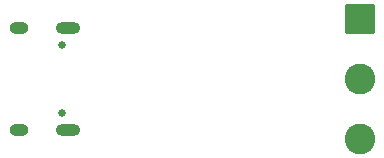
<source format=gbr>
%TF.GenerationSoftware,KiCad,Pcbnew,9.0.6*%
%TF.CreationDate,2025-11-24T21:34:53-08:00*%
%TF.ProjectId,rs485_adapter,72733438-355f-4616-9461-707465722e6b,A*%
%TF.SameCoordinates,Original*%
%TF.FileFunction,Soldermask,Bot*%
%TF.FilePolarity,Negative*%
%FSLAX46Y46*%
G04 Gerber Fmt 4.6, Leading zero omitted, Abs format (unit mm)*
G04 Created by KiCad (PCBNEW 9.0.6) date 2025-11-24 21:34:53*
%MOMM*%
%LPD*%
G01*
G04 APERTURE LIST*
G04 Aperture macros list*
%AMRoundRect*
0 Rectangle with rounded corners*
0 $1 Rounding radius*
0 $2 $3 $4 $5 $6 $7 $8 $9 X,Y pos of 4 corners*
0 Add a 4 corners polygon primitive as box body*
4,1,4,$2,$3,$4,$5,$6,$7,$8,$9,$2,$3,0*
0 Add four circle primitives for the rounded corners*
1,1,$1+$1,$2,$3*
1,1,$1+$1,$4,$5*
1,1,$1+$1,$6,$7*
1,1,$1+$1,$8,$9*
0 Add four rect primitives between the rounded corners*
20,1,$1+$1,$2,$3,$4,$5,0*
20,1,$1+$1,$4,$5,$6,$7,0*
20,1,$1+$1,$6,$7,$8,$9,0*
20,1,$1+$1,$8,$9,$2,$3,0*%
G04 Aperture macros list end*
%ADD10C,0.650000*%
%ADD11O,2.100000X1.000000*%
%ADD12O,1.600000X1.000000*%
%ADD13C,2.600000*%
%ADD14RoundRect,0.250000X-1.050000X1.050000X-1.050000X-1.050000X1.050000X-1.050000X1.050000X1.050000X0*%
G04 APERTURE END LIST*
D10*
%TO.C,J1*%
X147385000Y-98710000D03*
X147385000Y-104490000D03*
D11*
X147885000Y-97280000D03*
D12*
X143705000Y-97280000D03*
D11*
X147885000Y-105920000D03*
D12*
X143705000Y-105920000D03*
%TD*%
D13*
%TO.C,J2*%
X172580000Y-106675000D03*
X172580000Y-101595000D03*
D14*
X172580000Y-96515000D03*
%TD*%
M02*

</source>
